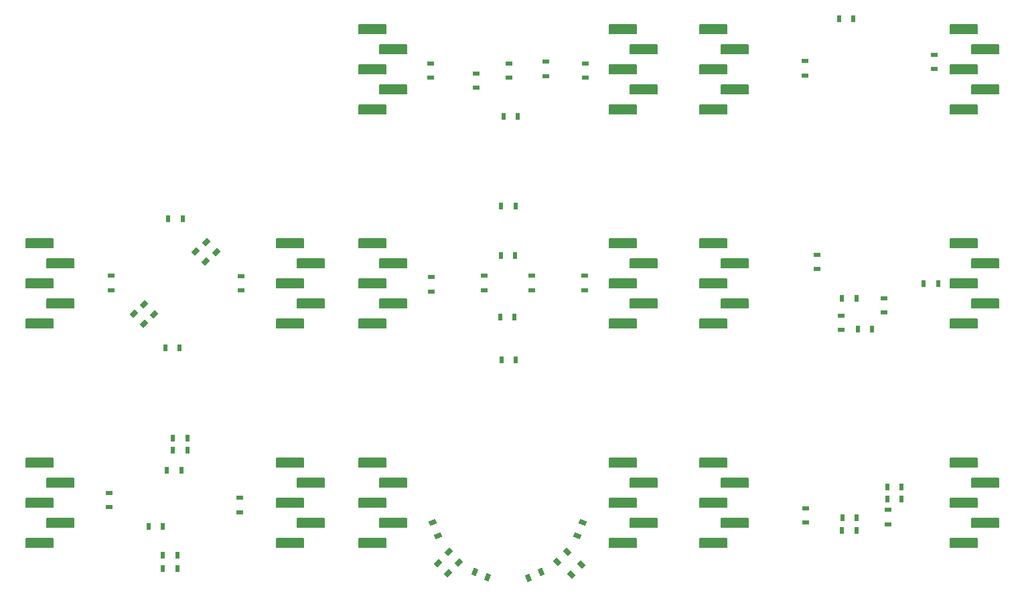
<source format=gbp>
G04*
G04 #@! TF.GenerationSoftware,Altium Limited,Altium Designer,20.0.1 (14)*
G04*
G04 Layer_Color=128*
%FSTAX24Y24*%
%MOIN*%
G70*
G01*
G75*
G04:AMPARAMS|DCode=59|XSize=140.2mil|YSize=50mil|CornerRadius=2.5mil|HoleSize=0mil|Usage=FLASHONLY|Rotation=180.000|XOffset=0mil|YOffset=0mil|HoleType=Round|Shape=RoundedRectangle|*
%AMROUNDEDRECTD59*
21,1,0.1402,0.0450,0,0,180.0*
21,1,0.1352,0.0500,0,0,180.0*
1,1,0.0050,-0.0676,0.0225*
1,1,0.0050,0.0676,0.0225*
1,1,0.0050,0.0676,-0.0225*
1,1,0.0050,-0.0676,-0.0225*
%
%ADD59ROUNDEDRECTD59*%
G04:AMPARAMS|DCode=60|XSize=23.6mil|YSize=35.4mil|CornerRadius=0mil|HoleSize=0mil|Usage=FLASHONLY|Rotation=247.500|XOffset=0mil|YOffset=0mil|HoleType=Round|Shape=Rectangle|*
%AMROTATEDRECTD60*
4,1,4,-0.0118,0.0177,0.0209,0.0041,0.0118,-0.0177,-0.0209,-0.0041,-0.0118,0.0177,0.0*
%
%ADD60ROTATEDRECTD60*%

G04:AMPARAMS|DCode=61|XSize=23.6mil|YSize=35.4mil|CornerRadius=0mil|HoleSize=0mil|Usage=FLASHONLY|Rotation=45.000|XOffset=0mil|YOffset=0mil|HoleType=Round|Shape=Rectangle|*
%AMROTATEDRECTD61*
4,1,4,0.0042,-0.0209,-0.0209,0.0042,-0.0042,0.0209,0.0209,-0.0042,0.0042,-0.0209,0.0*
%
%ADD61ROTATEDRECTD61*%

G04:AMPARAMS|DCode=62|XSize=23.6mil|YSize=35.4mil|CornerRadius=0mil|HoleSize=0mil|Usage=FLASHONLY|Rotation=202.500|XOffset=0mil|YOffset=0mil|HoleType=Round|Shape=Rectangle|*
%AMROTATEDRECTD62*
4,1,4,0.0041,0.0209,0.0177,-0.0118,-0.0041,-0.0209,-0.0177,0.0118,0.0041,0.0209,0.0*
%
%ADD62ROTATEDRECTD62*%

G04:AMPARAMS|DCode=63|XSize=23.6mil|YSize=35.4mil|CornerRadius=0mil|HoleSize=0mil|Usage=FLASHONLY|Rotation=157.500|XOffset=0mil|YOffset=0mil|HoleType=Round|Shape=Rectangle|*
%AMROTATEDRECTD63*
4,1,4,0.0177,0.0118,0.0041,-0.0209,-0.0177,-0.0118,-0.0041,0.0209,0.0177,0.0118,0.0*
%
%ADD63ROTATEDRECTD63*%

G04:AMPARAMS|DCode=64|XSize=23.6mil|YSize=35.4mil|CornerRadius=0mil|HoleSize=0mil|Usage=FLASHONLY|Rotation=315.000|XOffset=0mil|YOffset=0mil|HoleType=Round|Shape=Rectangle|*
%AMROTATEDRECTD64*
4,1,4,-0.0209,-0.0042,0.0042,0.0209,0.0209,0.0042,-0.0042,-0.0209,-0.0209,-0.0042,0.0*
%
%ADD64ROTATEDRECTD64*%

G04:AMPARAMS|DCode=65|XSize=23.6mil|YSize=35.4mil|CornerRadius=0mil|HoleSize=0mil|Usage=FLASHONLY|Rotation=112.500|XOffset=0mil|YOffset=0mil|HoleType=Round|Shape=Rectangle|*
%AMROTATEDRECTD65*
4,1,4,0.0209,-0.0041,-0.0118,-0.0177,-0.0209,0.0041,0.0118,0.0177,0.0209,-0.0041,0.0*
%
%ADD65ROTATEDRECTD65*%

%ADD66R,0.0354X0.0236*%
%ADD67R,0.0236X0.0354*%
D59*
X025459Y020739D02*
D03*
Y018739D02*
D03*
X024407Y017739D02*
D03*
Y019739D02*
D03*
Y021739D02*
D03*
X029565Y020739D02*
D03*
Y018739D02*
D03*
X028514Y017739D02*
D03*
Y019739D02*
D03*
Y021739D02*
D03*
X042033Y020739D02*
D03*
Y018739D02*
D03*
X040982Y017739D02*
D03*
Y019739D02*
D03*
Y021739D02*
D03*
X042033Y031676D02*
D03*
X040982Y030676D02*
D03*
Y032676D02*
D03*
X042033Y029676D02*
D03*
X040982Y028676D02*
D03*
X029565Y031676D02*
D03*
Y029676D02*
D03*
X028514Y028676D02*
D03*
Y030676D02*
D03*
Y032676D02*
D03*
X046553Y020739D02*
D03*
Y018739D02*
D03*
X045502Y017739D02*
D03*
Y019739D02*
D03*
Y021739D02*
D03*
X059008Y020739D02*
D03*
X057957Y019739D02*
D03*
Y021739D02*
D03*
X059008Y018739D02*
D03*
X057957Y017739D02*
D03*
X046553Y031676D02*
D03*
Y029676D02*
D03*
X045502Y028676D02*
D03*
Y030676D02*
D03*
Y032676D02*
D03*
X059008Y031676D02*
D03*
X057957Y030676D02*
D03*
Y032676D02*
D03*
X059008Y029676D02*
D03*
X057957Y028676D02*
D03*
X059022Y042361D02*
D03*
Y040361D02*
D03*
X05797Y039361D02*
D03*
Y041361D02*
D03*
Y043361D02*
D03*
X046553Y042361D02*
D03*
Y040361D02*
D03*
X045502Y039361D02*
D03*
Y041361D02*
D03*
Y043361D02*
D03*
X042033Y042361D02*
D03*
Y040361D02*
D03*
X040982Y039361D02*
D03*
Y041361D02*
D03*
Y043361D02*
D03*
X029565Y040361D02*
D03*
X028514Y039361D02*
D03*
Y041361D02*
D03*
Y043361D02*
D03*
X029565Y042361D02*
D03*
X01299Y031668D02*
D03*
Y029668D02*
D03*
X011939Y028668D02*
D03*
Y030668D02*
D03*
Y032668D02*
D03*
X025459Y031676D02*
D03*
X024407Y030676D02*
D03*
Y032676D02*
D03*
X025459Y029676D02*
D03*
X024407Y028676D02*
D03*
X01299Y020739D02*
D03*
Y018739D02*
D03*
X011939Y017739D02*
D03*
Y019739D02*
D03*
Y021739D02*
D03*
D60*
X038726Y018124D02*
D03*
X039Y018785D02*
D03*
D61*
X038917Y016672D02*
D03*
X038412Y016167D02*
D03*
X038238Y017322D02*
D03*
X037733Y016816D02*
D03*
D62*
X036275Y016029D02*
D03*
X036936Y016302D02*
D03*
D63*
X033608Y016308D02*
D03*
X034268Y016034D02*
D03*
D64*
X032825Y016796D02*
D03*
X032319Y017301D02*
D03*
X020242Y032757D02*
D03*
X020748Y032251D02*
D03*
X01973Y032275D02*
D03*
X020236Y031769D02*
D03*
X017165Y028678D02*
D03*
X01666Y029183D02*
D03*
X017648Y02915D02*
D03*
X017142Y029656D02*
D03*
X031788Y01676D02*
D03*
X032293Y016255D02*
D03*
D65*
X031532Y018779D02*
D03*
X031805Y018118D02*
D03*
D66*
X039112Y041661D02*
D03*
X039112Y040946D02*
D03*
X031435Y040931D02*
D03*
X031435Y041646D02*
D03*
X033679Y041149D02*
D03*
X033679Y040434D02*
D03*
X037144Y04174D02*
D03*
X037144Y041025D02*
D03*
X035333Y041661D02*
D03*
X035333Y040946D02*
D03*
X039094Y03035D02*
D03*
X039094Y031065D02*
D03*
X036447Y03035D02*
D03*
X036447Y031065D02*
D03*
X034094Y03035D02*
D03*
X034094Y031065D02*
D03*
X031447Y031011D02*
D03*
X031447Y030296D02*
D03*
X054191Y018687D02*
D03*
X054191Y019402D02*
D03*
X050096Y018766D02*
D03*
X050096Y019481D02*
D03*
X053994Y029238D02*
D03*
X053994Y029953D02*
D03*
X051868Y028372D02*
D03*
X051868Y029087D02*
D03*
X050648Y031404D02*
D03*
X050648Y032119D02*
D03*
X050057Y041049D02*
D03*
X050057Y041764D02*
D03*
X021976Y030333D02*
D03*
X021976Y031048D02*
D03*
X056474Y042079D02*
D03*
X056474Y041364D02*
D03*
X021919Y019283D02*
D03*
X021919Y019998D02*
D03*
X015413Y020248D02*
D03*
X015413Y019534D02*
D03*
X01551Y030348D02*
D03*
X01551Y031063D02*
D03*
D67*
X035047Y039013D02*
D03*
X035761Y039013D02*
D03*
X03567Y026896D02*
D03*
X034955Y026896D02*
D03*
X034881Y029022D02*
D03*
X035596Y029022D02*
D03*
X034911Y032064D02*
D03*
X035626Y032064D02*
D03*
X03564Y034534D02*
D03*
X034926Y034534D02*
D03*
X019083Y033916D02*
D03*
X018368Y033916D02*
D03*
X018216Y027479D02*
D03*
X018931Y027479D02*
D03*
X054871Y019957D02*
D03*
X054156Y019957D02*
D03*
X054141Y020548D02*
D03*
X054856Y020548D02*
D03*
X051897Y018383D02*
D03*
X052612Y018383D02*
D03*
X052627Y019013D02*
D03*
X051912Y019013D02*
D03*
X056682Y030666D02*
D03*
X055967Y030666D02*
D03*
X052684Y028422D02*
D03*
X053399Y028422D02*
D03*
X051897Y029958D02*
D03*
X052612Y029957D02*
D03*
X051739Y043895D02*
D03*
X052454Y043894D02*
D03*
X018597Y022969D02*
D03*
X019312Y022969D02*
D03*
X019307Y022389D02*
D03*
X018592Y022389D02*
D03*
X019011Y021375D02*
D03*
X018297Y021375D02*
D03*
X017386Y018589D02*
D03*
X018101Y018589D02*
D03*
X018815Y016473D02*
D03*
X0181Y016473D02*
D03*
X018095Y017162D02*
D03*
X01881Y017162D02*
D03*
M02*

</source>
